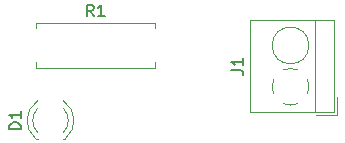
<source format=gbr>
%TF.GenerationSoftware,KiCad,Pcbnew,7.0.9*%
%TF.CreationDate,2024-01-13T03:54:49-03:00*%
%TF.ProjectId,placacomLed,706c6163-6163-46f6-9d4c-65642e6b6963,rev?*%
%TF.SameCoordinates,Original*%
%TF.FileFunction,Legend,Top*%
%TF.FilePolarity,Positive*%
%FSLAX46Y46*%
G04 Gerber Fmt 4.6, Leading zero omitted, Abs format (unit mm)*
G04 Created by KiCad (PCBNEW 7.0.9) date 2024-01-13 03:54:49*
%MOMM*%
%LPD*%
G01*
G04 APERTURE LIST*
%ADD10C,0.150000*%
%ADD11C,0.120000*%
G04 APERTURE END LIST*
D10*
X140803333Y-76274819D02*
X140470000Y-75798628D01*
X140231905Y-76274819D02*
X140231905Y-75274819D01*
X140231905Y-75274819D02*
X140612857Y-75274819D01*
X140612857Y-75274819D02*
X140708095Y-75322438D01*
X140708095Y-75322438D02*
X140755714Y-75370057D01*
X140755714Y-75370057D02*
X140803333Y-75465295D01*
X140803333Y-75465295D02*
X140803333Y-75608152D01*
X140803333Y-75608152D02*
X140755714Y-75703390D01*
X140755714Y-75703390D02*
X140708095Y-75751009D01*
X140708095Y-75751009D02*
X140612857Y-75798628D01*
X140612857Y-75798628D02*
X140231905Y-75798628D01*
X141755714Y-76274819D02*
X141184286Y-76274819D01*
X141470000Y-76274819D02*
X141470000Y-75274819D01*
X141470000Y-75274819D02*
X141374762Y-75417676D01*
X141374762Y-75417676D02*
X141279524Y-75512914D01*
X141279524Y-75512914D02*
X141184286Y-75560533D01*
X152474819Y-80823333D02*
X153189104Y-80823333D01*
X153189104Y-80823333D02*
X153331961Y-80870952D01*
X153331961Y-80870952D02*
X153427200Y-80966190D01*
X153427200Y-80966190D02*
X153474819Y-81109047D01*
X153474819Y-81109047D02*
X153474819Y-81204285D01*
X153474819Y-79823333D02*
X153474819Y-80394761D01*
X153474819Y-80109047D02*
X152474819Y-80109047D01*
X152474819Y-80109047D02*
X152617676Y-80204285D01*
X152617676Y-80204285D02*
X152712914Y-80299523D01*
X152712914Y-80299523D02*
X152760533Y-80394761D01*
X134654819Y-85828094D02*
X133654819Y-85828094D01*
X133654819Y-85828094D02*
X133654819Y-85589999D01*
X133654819Y-85589999D02*
X133702438Y-85447142D01*
X133702438Y-85447142D02*
X133797676Y-85351904D01*
X133797676Y-85351904D02*
X133892914Y-85304285D01*
X133892914Y-85304285D02*
X134083390Y-85256666D01*
X134083390Y-85256666D02*
X134226247Y-85256666D01*
X134226247Y-85256666D02*
X134416723Y-85304285D01*
X134416723Y-85304285D02*
X134511961Y-85351904D01*
X134511961Y-85351904D02*
X134607200Y-85447142D01*
X134607200Y-85447142D02*
X134654819Y-85589999D01*
X134654819Y-85589999D02*
X134654819Y-85828094D01*
X134654819Y-84304285D02*
X134654819Y-84875713D01*
X134654819Y-84589999D02*
X133654819Y-84589999D01*
X133654819Y-84589999D02*
X133797676Y-84685237D01*
X133797676Y-84685237D02*
X133892914Y-84780475D01*
X133892914Y-84780475D02*
X133940533Y-84875713D01*
D11*
%TO.C,R1*%
X135900000Y-77300000D02*
X135900000Y-76820000D01*
X146040000Y-80660000D02*
X146040000Y-80180000D01*
X135900000Y-76820000D02*
X146040000Y-76820000D01*
X135900000Y-80180000D02*
X135900000Y-80660000D01*
X135900000Y-80660000D02*
X146040000Y-80660000D01*
X146040000Y-76820000D02*
X146040000Y-77300000D01*
%TO.C,J1*%
X154020000Y-84400000D02*
X154020000Y-76580000D01*
X154020000Y-76580000D02*
X161140000Y-76580000D01*
X159580000Y-84400000D02*
X159580000Y-76580000D01*
X159640000Y-84640000D02*
X161380000Y-84640000D01*
X154020000Y-84400000D02*
X161140000Y-84400000D01*
X161380000Y-84640000D02*
X161380000Y-83140000D01*
X161140000Y-84400000D02*
X161140000Y-76580000D01*
X158088000Y-80808000D02*
G75*
G03*
X156872258Y-80807891I-607999J-1432003D01*
G01*
X159034999Y-82240000D02*
G75*
G03*
X158911384Y-81632413I-1554999J0D01*
G01*
X156048000Y-81632000D02*
G75*
G03*
X156047891Y-82847742I1432000J-608000D01*
G01*
X158911999Y-82848000D02*
G75*
G03*
X159035492Y-82212989I-1431987J607998D01*
G01*
X156872000Y-83672000D02*
G75*
G03*
X158087742Y-83672109I608000J1432000D01*
G01*
X159035000Y-78740000D02*
G75*
G03*
X159035000Y-78740000I-1555000J0D01*
G01*
%TO.C,D1*%
X135924000Y-86650000D02*
X136080000Y-86650000D01*
X138240000Y-86650000D02*
X138396000Y-86650000D01*
X136080164Y-84048871D02*
G75*
G03*
X136080001Y-86130960I1079836J-1041129D01*
G01*
X138395515Y-86649999D02*
G75*
G03*
X138238608Y-83417666I-1235515J1559999D01*
G01*
X138239999Y-86130960D02*
G75*
G03*
X138239836Y-84048871I-1079999J1040960D01*
G01*
X136081392Y-83417666D02*
G75*
G03*
X135924485Y-86649999I1078608J-1672334D01*
G01*
%TD*%
M02*

</source>
